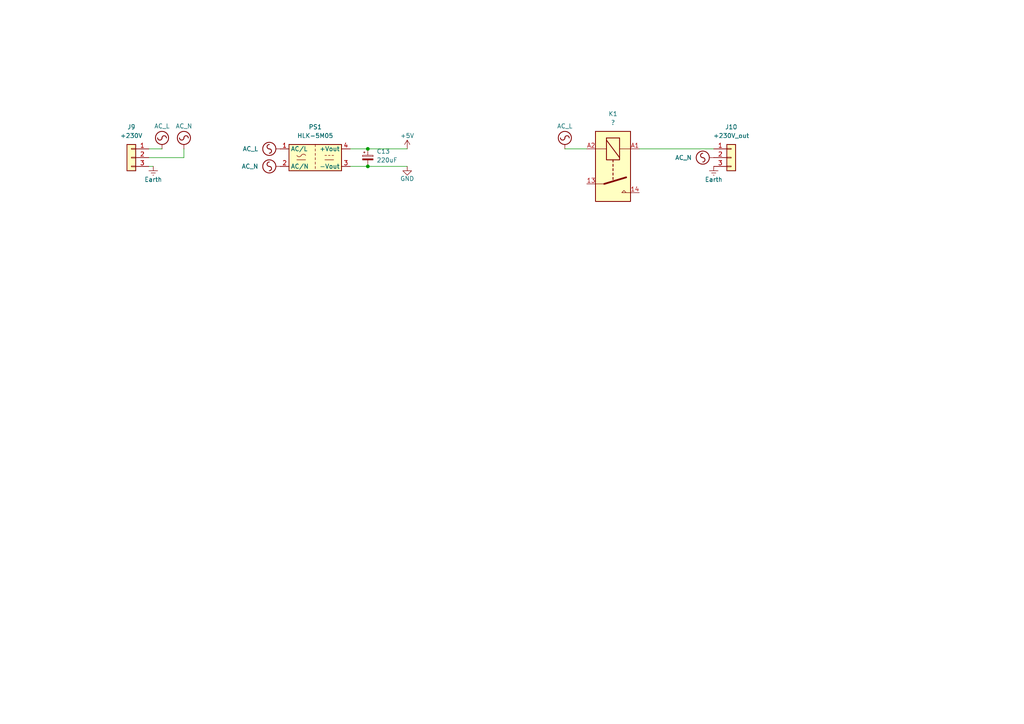
<source format=kicad_sch>
(kicad_sch (version 20250114) (generator "eeschema") (generator_version "9.0")
  (paper "A4")
  (lib_symbols
    (symbol "Connector_Generic:Conn_01x03" (pin_names (offset 1.016) (hide yes))
      (property "Reference" "J" (at 0 5.08 0))
      (property "Value" "Conn_01x03" (at 0 -5.08 0))
      (symbol "Conn_01x03_1_1"
        (rectangle (start -1.27 3.81) (end 1.27 -3.81) (stroke (width 0.254)) (fill (type background)))
        (rectangle (start -1.27 2.667) (end 0 2.413) (stroke (width 0.1524)))
        (rectangle (start -1.27 0.127) (end 0 -0.127) (stroke (width 0.1524)))
        (rectangle (start -1.27 -2.413) (end 0 -2.667) (stroke (width 0.1524)))
        (pin passive line (at -5.08 2.54 0) (length 3.81) (name "Pin_1") (number "1"))
        (pin passive line (at -5.08 0 0) (length 3.81) (name "Pin_2") (number "2"))
        (pin passive line (at -5.08 -2.54 0) (length 3.81) (name "Pin_3") (number "3"))
      )
    )
    (symbol "Converter_ACDC:HLK-5M05"
      (property "Reference" "PS" (at 0 5.08 0))
      (property "Value" "HLK-5M05" (at 0 -5.08 0))
      (symbol "HLK-5M05_0_1"
        (rectangle (start -7.62 3.81) (end 7.62 -3.81) (stroke (width 0.254)) (fill (type background)))
        (polyline (pts (xy -5.334 -0.635) (xy -2.794 -0.635)))
        (arc (start -4.064 0.635) (mid -4.699 0.2495) (end -5.334 0.635))
        (arc (start -4.064 0.635) (mid -3.429 1.0072) (end -2.794 0.635))
        (polyline (pts (xy 0 3.81) (xy 0 3.175)))
        (polyline (pts (xy 0 2.54) (xy 0 1.905)))
        (polyline (pts (xy 0 1.27) (xy 0 0.635)))
        (polyline (pts (xy 0 0) (xy 0 -0.635)))
        (polyline (pts (xy 0 -1.27) (xy 0 -1.905)))
        (polyline (pts (xy 0 -2.54) (xy 0 -3.175)))
        (polyline (pts (xy 2.794 0.635) (xy 3.302 0.635)))
        (polyline (pts (xy 2.794 -0.635) (xy 5.334 -0.635)))
        (polyline (pts (xy 3.81 0.635) (xy 4.318 0.635)))
        (polyline (pts (xy 4.826 0.635) (xy 5.334 0.635)))
      )
      (symbol "HLK-5M05_1_1"
        (pin power_in line (at -10.16 2.54 0) (length 2.54) (name "AC/L") (number "1"))
        (pin power_in line (at -10.16 -2.54 0) (length 2.54) (name "AC/N") (number "2"))
        (pin power_out line (at 10.16 2.54 180) (length 2.54) (name "+Vout") (number "4"))
        (pin power_out line (at 10.16 -2.54 180) (length 2.54) (name "-Vout") (number "3"))
      )
    )
    (symbol "Device:C_Polarized_Small" (pin_numbers (hide yes)) (pin_names (offset 0.254) (hide yes))
      (property "Reference" "C" (at 0.254 1.778 0))
      (property "Value" "C_Polarized_Small" (at 0.254 -2.032 0))
      (symbol "C_Polarized_Small_0_1"
        (rectangle (start -1.524 0.6858) (end 1.524 0.3048))
        (rectangle (start -1.524 -0.3048) (end 1.524 -0.6858) (fill (type outline)))
        (polyline (pts (xy -1.27 1.524) (xy -0.762 1.524)))
        (polyline (pts (xy -1.016 1.27) (xy -1.016 1.778)))
      )
      (symbol "C_Polarized_Small_1_1"
        (pin passive line (at 0 2.54 270) (length 1.8542) (name "~") (number "1"))
        (pin passive line (at 0 -2.54 90) (length 1.8542) (name "~") (number "2"))
      )
    )
    (symbol "Relay:JQC-3FF-005-1H"
      (property "Reference" "K" (at 11.43 3.81 0))
      (property "Value" "JQC-3FF-005-1H" (at 11.43 1.27 0))
      (symbol "JQC-3FF-005-1H_0_0"
        (polyline (pts (xy 7.62 5.08) (xy 7.62 2.54) (xy 6.985 3.175) (xy 7.62 3.81)))
      )
      (symbol "JQC-3FF-005-1H_0_1"
        (rectangle (start -10.16 5.08) (end 10.16 -5.08) (stroke (width 0.254)) (fill (type background)))
        (rectangle (start -8.255 1.905) (end -1.905 -1.905) (stroke (width 0.254)))
        (polyline (pts (xy -7.62 -1.905) (xy -2.54 1.905)) (stroke (width 0.254)))
        (polyline (pts (xy -5.08 5.08) (xy -5.08 1.905)))
        (polyline (pts (xy -5.08 -5.08) (xy -5.08 -1.905)))
        (polyline (pts (xy -1.905 0) (xy -1.27 0)) (stroke (width 0.254)))
        (polyline (pts (xy -0.635 0) (xy 0 0)) (stroke (width 0.254)))
        (polyline (pts (xy 0.635 0) (xy 1.27 0)) (stroke (width 0.254)))
        (polyline (pts (xy 1.905 0) (xy 2.54 0)) (stroke (width 0.254)))
        (polyline (pts (xy 3.175 0) (xy 3.81 0)) (stroke (width 0.254)))
        (polyline (pts (xy 5.08 -2.54) (xy 3.175 3.81)) (stroke (width 0.508)))
        (polyline (pts (xy 5.08 -2.54) (xy 5.08 -5.08)))
      )
      (symbol "JQC-3FF-005-1H_1_1"
        (pin passive line (at -5.08 7.62 270) (length 2.54) (name "~") (number "A1"))
        (pin passive line (at -5.08 -7.62 90) (length 2.54) (name "~") (number "A2"))
        (pin passive line (at 5.08 -7.62 90) (length 2.54) (name "~") (number "13"))
        (pin passive line (at 7.62 7.62 270) (length 2.54) (name "~") (number "14"))
      )
    )
    (symbol "power:+5V" (power) (pin_numbers (hide yes)) (pin_names (offset 0) (hide yes))
      (property "Value" "+5V" (at 0 3.556 0))
      (symbol "+5V_0_1"
        (polyline (pts (xy -0.762 1.27) (xy 0 2.54)))
        (polyline (pts (xy 0 2.54) (xy 0.762 1.27)))
        (polyline (pts (xy 0 0) (xy 0 2.54)))
      )
      (symbol "+5V_1_1"
        (pin power_in line (at 0 0 90) (length 0) (name "~") (number "1"))
      )
    )
    (symbol "power:AC" (power) (pin_numbers (hide yes)) (pin_names (offset 0) (hide yes))
      (property "Value" "AC" (at 0 6.35 0))
      (symbol "AC_0_1"
        (arc (start -1.27 3.175) (mid -0.635 3.8073) (end 0 3.175) (stroke (width 0.254)))
        (circle (center 0 3.175) (radius 1.905) (stroke (width 0.254)))
        (polyline (pts (xy 0 0) (xy 0 1.27)))
        (arc (start 1.27 3.175) (mid 0.635 2.5427) (end 0 3.175) (stroke (width 0.254)))
      )
      (symbol "AC_1_1"
        (pin power_in line (at 0 0 90) (length 0) (name "~") (number "1"))
      )
    )
    (symbol "power:Earth" (power) (pin_numbers (hide yes)) (pin_names (offset 0) (hide yes))
      (property "Value" "Earth" (at 0 -3.81 0))
      (symbol "Earth_0_1"
        (polyline (pts (xy -0.635 -1.905) (xy 0.635 -1.905)))
        (polyline (pts (xy -0.127 -2.54) (xy 0.127 -2.54)))
        (polyline (pts (xy 0 -1.27) (xy 0 0)))
        (polyline (pts (xy 1.27 -1.27) (xy -1.27 -1.27)))
      )
      (symbol "Earth_1_1"
        (pin power_in line (at 0 0 270) (length 0) (name "~") (number "1"))
      )
    )
    (symbol "power:GND" (power) (pin_numbers (hide yes)) (pin_names (offset 0) (hide yes))
      (property "Value" "GND" (at 0 -3.81 0))
      (symbol "GND_0_1"
        (polyline (pts (xy 0 0) (xy 0 -1.27) (xy 1.27 -1.27) (xy 0 -2.54) (xy -1.27 -1.27) (xy 0 -1.27)))
      )
      (symbol "GND_1_1"
        (pin power_in line (at 0 0 270) (length 0) (name "~") (number "1"))
      )
    )
  )
  (junction (at 106.68 43.18))
  (junction (at 106.68 48.26))
  (wire (pts (xy 163.83 43.18) (xy 170.18 43.18)))
  (wire (pts (xy 53.34 43.18) (xy 53.34 45.72)))
  (wire (pts (xy 106.68 43.18) (xy 101.6 43.18)))
  (wire (pts (xy 46.99 43.18) (xy 43.18 43.18)))
  (wire (pts (xy 118.11 48.26) (xy 106.68 48.26)))
  (wire (pts (xy 53.34 45.72) (xy 43.18 45.72)))
  (wire (pts (xy 44.45 48.26) (xy 43.18 48.26)))
  (wire (pts (xy 118.11 43.18) (xy 106.68 43.18)))
  (wire (pts (xy 106.68 48.26) (xy 101.6 48.26)))
  (wire (pts (xy 185.42 43.18) (xy 207.01 43.18)))
  (symbol (lib_id "power:AC") (at 46.99 43.18 0) (mirror y) (unit 1)
    (property "Reference" "#PWR031" (effects (hide yes)))
    (property "Value" "AC_L" (at 46.99 36.576 0))
    (property "Description" "Power symbol creates a global label with name \"AC\"" (effects (hide yes)))
  )
  (symbol (lib_id "power:AC") (at 163.83 43.18 0) (mirror y) (unit 1)
    (property "Reference" "#PWR035" (effects (hide yes)))
    (property "Value" "AC_L" (at 163.83 36.576 0))
    (property "Description" "Power symbol creates a global label with name \"AC\"" (effects (hide yes)))
  )
  (symbol (lib_id "power:AC") (at 207.01 45.72 90) (mirror x) (unit 1)
    (property "Reference" "#PWR036" (effects (hide yes)))
    (property "Value" "AC_N" (at 200.66 45.7199 90) (effects (justify left)))
    (property "Description" "Power symbol creates a global label with name \"AC\"" (effects (hide yes)))
  )
  (symbol (lib_id "Connector_Generic:Conn_01x03") (at 38.1 45.72 0) (mirror y) (unit 1)
    (property "Reference" "J9" (at 38.1 36.83 0))
    (property "Value" "+230V" (at 38.1 39.37 0))
    (property "Footprint" "TerminalBlock_Phoenix:TerminalBlock_Phoenix_MKDS-1,5-3-5.08_1x03_P5.08mm_Horizontal" (effects (hide yes)))
    (property "Description" "Generic connector, single row, 01x03, script generated (kicad-library-utils/schlib/autogen/connector/)" (effects (hide yes)))
  )
  (symbol (lib_id "Device:C_Polarized_Small") (at 106.68 45.72 0) (unit 1)
    (property "Reference" "C13" (at 109.22 43.9038 0) (effects (justify left)))
    (property "Value" "220uF" (at 109.22 46.4438 0) (effects (justify left)))
    (property "Description" "Polarized capacitor, small symbol" (effects (hide yes)))
  )
  (symbol (lib_id "Connector_Generic:Conn_01x03") (at 212.09 45.72 0) (unit 1)
    (property "Reference" "J10" (at 212.09 36.83 0))
    (property "Value" "+230V_out" (at 212.09 39.37 0))
    (property "Footprint" "TerminalBlock_Phoenix:TerminalBlock_Phoenix_MKDS-1,5-3-5.08_1x03_P5.08mm_Horizontal" (effects (hide yes)))
    (property "Description" "Generic connector, single row, 01x03, script generated (kicad-library-utils/schlib/autogen/connector/)" (effects (hide yes)))
  )
  (symbol (lib_id "power:Earth") (at 207.01 48.26 0) (mirror y) (unit 1)
    (property "Reference" "#PWR037" (effects (hide yes)))
    (property "Value" "Earth" (at 207.01 52.07 0))
    (property "Description" "Power symbol creates a global label with name \"Earth\"" (effects (hide yes)))
  )
  (symbol (lib_id "power:AC") (at 53.34 43.18 0) (mirror y) (unit 1)
    (property "Reference" "#PWR030" (effects (hide yes)))
    (property "Value" "AC_N" (at 53.34 36.576 0))
    (property "Description" "Power symbol creates a global label with name \"AC\"" (effects (hide yes)))
  )
  (symbol (lib_id "power:+5V") (at 118.11 43.18 0) (unit 1)
    (property "Reference" "#PWR034" (effects (hide yes)))
    (property "Value" "+5V" (at 118.11 39.37 0))
    (property "Description" "Power symbol creates a global label with name \"+5V\"" (effects (hide yes)))
  )
  (symbol (lib_id "Converter_ACDC:HLK-5M05") (at 91.44 45.72 0) (unit 1)
    (property "Reference" "PS1" (at 91.44 36.83 0))
    (property "Value" "HLK-5M05" (at 91.44 39.37 0))
    (property "Footprint" "Converter_ACDC:Converter_ACDC_Hi-Link_HLK-5Mxx" (effects (hide yes)))
    (property "Datasheet" "http://h.hlktech.com/download/ACDC%E7%94%B5%E6%BA%90%E6%A8%A1%E5%9D%975W%E7%B3%BB%E5%88%97/1/%E6%B5%B7%E5%87%8C%E7%A7%915W%E7%B3%BB%E5%88%97%E7%94%B5%E6%BA%90%E6%A8%A1%E5%9D%97%E8%A7%84%E6%A0%BC%E4%B9%A6V2.8.pdf" (effects (hide yes)))
    (property "Description" "Compact AC/DC board mount power module 5W, 5V 1A" (effects (hide yes)))
  )
  (symbol (lib_id "power:AC") (at 81.28 48.26 90) (mirror x) (unit 1)
    (property "Reference" "#PWR033" (effects (hide yes)))
    (property "Value" "AC_N" (at 74.93 48.2599 90) (effects (justify left)))
    (property "Description" "Power symbol creates a global label with name \"AC\"" (effects (hide yes)))
  )
  (symbol (lib_id "power:Earth") (at 44.45 48.26 0) (mirror y) (unit 1)
    (property "Reference" "#PWR029" (effects (hide yes)))
    (property "Value" "Earth" (at 44.45 52.07 0))
    (property "Description" "Power symbol creates a global label with name \"Earth\"" (effects (hide yes)))
  )
  (symbol (lib_id "power:GND") (at 118.11 48.26 0) (unit 1)
    (property "Reference" "#PWR038" (effects (hide yes)))
    (property "Value" "GND" (at 118.11 51.816 0))
    (property "Description" "Power symbol creates a global label with name \"GND\" , ground" (effects (hide yes)))
  )
  (symbol (lib_id "Relay:JQC-3FF-005-1H") (at 177.8 48.26 270) (unit 1)
    (property "Reference" "K1" (at 177.8 33.02 90))
    (property "Value" "?" (at 177.8 35.56 90))
  )
  (symbol (lib_id "power:AC") (at 81.28 43.18 90) (mirror x) (unit 1)
    (property "Reference" "#PWR032" (effects (hide yes)))
    (property "Value" "AC_L" (at 74.93 43.1799 90) (effects (justify left)))
    (property "Description" "Power symbol creates a global label with name \"AC\"" (effects (hide yes)))
  )
)
</source>
